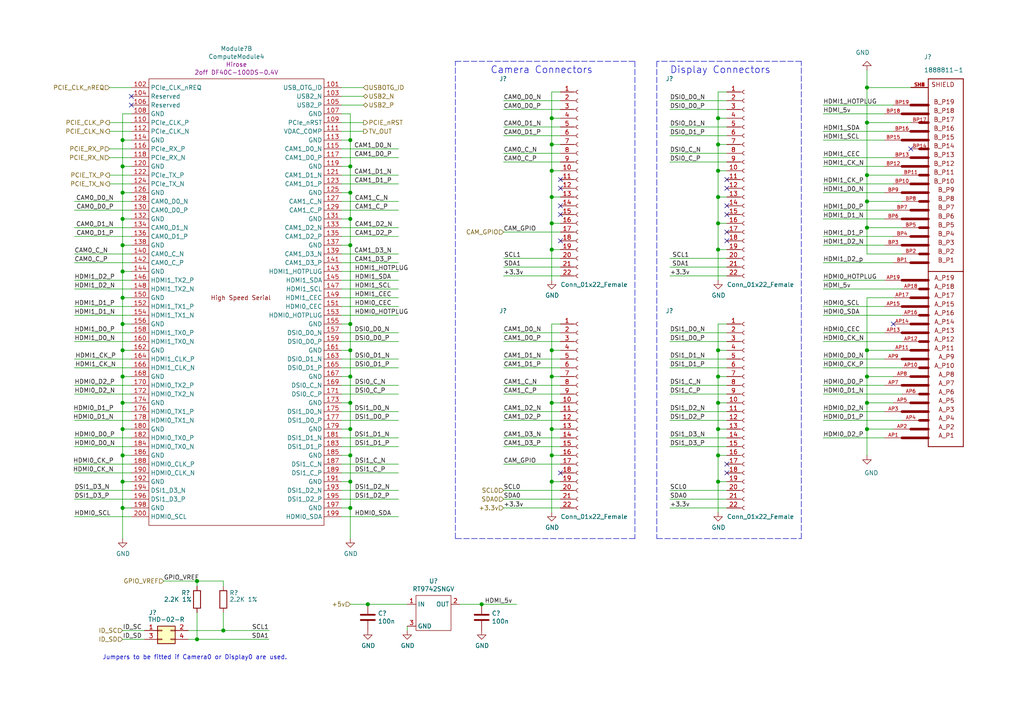
<source format=kicad_sch>
(kicad_sch (version 20200828) (generator eeschema)
  (page 2 4)
  (paper "A4")
  (junction (at 35.56 40.64) (diameter 1.016))
  (junction (at 35.56 48.26) (diameter 1.016))
  (junction (at 35.56 55.88) (diameter 1.016))
  (junction (at 35.56 63.5) (diameter 1.016))
  (junction (at 35.56 71.12) (diameter 1.016))
  (junction (at 35.56 78.74) (diameter 1.016))
  (junction (at 35.56 86.36) (diameter 1.016))
  (junction (at 35.56 93.98) (diameter 1.016))
  (junction (at 35.56 101.6) (diameter 1.016))
  (junction (at 35.56 109.22) (diameter 1.016))
  (junction (at 35.56 116.84) (diameter 1.016))
  (junction (at 35.56 124.46) (diameter 1.016))
  (junction (at 35.56 132.08) (diameter 1.016))
  (junction (at 35.56 139.7) (diameter 1.016))
  (junction (at 35.56 147.32) (diameter 1.016))
  (junction (at 57.15 168.529) (diameter 1.016))
  (junction (at 57.15 185.42) (diameter 1.016))
  (junction (at 64.77 182.88) (diameter 1.016))
  (junction (at 101.6 40.64) (diameter 1.016))
  (junction (at 101.6 48.26) (diameter 1.016))
  (junction (at 101.6 55.88) (diameter 1.016))
  (junction (at 101.6 63.5) (diameter 1.016))
  (junction (at 101.6 71.12) (diameter 1.016))
  (junction (at 101.6 93.98) (diameter 1.016))
  (junction (at 101.6 101.6) (diameter 1.016))
  (junction (at 101.6 109.22) (diameter 1.016))
  (junction (at 101.6 116.84) (diameter 1.016))
  (junction (at 101.6 124.46) (diameter 1.016))
  (junction (at 101.6 132.08) (diameter 1.016))
  (junction (at 101.6 139.7) (diameter 1.016))
  (junction (at 101.6 147.32) (diameter 1.016))
  (junction (at 106.68 175.26) (diameter 1.016))
  (junction (at 139.7 175.26) (diameter 1.016))
  (junction (at 160.02 34.29) (diameter 1.016))
  (junction (at 160.02 41.91) (diameter 1.016))
  (junction (at 160.02 49.53) (diameter 1.016))
  (junction (at 160.02 57.15) (diameter 1.016))
  (junction (at 160.02 64.77) (diameter 1.016))
  (junction (at 160.02 72.39) (diameter 1.016))
  (junction (at 160.02 101.6) (diameter 1.016))
  (junction (at 160.02 109.22) (diameter 1.016))
  (junction (at 160.02 116.84) (diameter 1.016))
  (junction (at 160.02 124.46) (diameter 1.016))
  (junction (at 160.02 132.08) (diameter 1.016))
  (junction (at 160.02 139.7) (diameter 1.016))
  (junction (at 208.28 34.29) (diameter 1.016))
  (junction (at 208.28 41.91) (diameter 1.016))
  (junction (at 208.28 49.53) (diameter 1.016))
  (junction (at 208.28 57.15) (diameter 1.016))
  (junction (at 208.28 64.77) (diameter 1.016))
  (junction (at 208.28 72.39) (diameter 1.016))
  (junction (at 208.28 101.6) (diameter 1.016))
  (junction (at 208.28 109.22) (diameter 1.016))
  (junction (at 208.28 116.84) (diameter 1.016))
  (junction (at 208.28 124.46) (diameter 1.016))
  (junction (at 208.28 132.08) (diameter 1.016))
  (junction (at 208.28 139.7) (diameter 1.016))
  (junction (at 251.46 25.4) (diameter 1.016))
  (junction (at 251.46 35.56) (diameter 1.016))
  (junction (at 251.46 50.8) (diameter 1.016))
  (junction (at 251.46 58.42) (diameter 1.016))
  (junction (at 251.46 66.04) (diameter 1.016))
  (junction (at 251.46 101.6) (diameter 1.016))
  (junction (at 251.46 109.22) (diameter 1.016))
  (junction (at 251.46 116.84) (diameter 1.016))
  (junction (at 251.46 124.46) (diameter 1.016))
  (no_connect (at 210.82 54.61))
  (no_connect (at 162.56 59.69))
  (no_connect (at 259.08 93.98))
  (no_connect (at 162.56 52.07))
  (no_connect (at 162.56 62.23))
  (no_connect (at 264.16 43.18))
  (no_connect (at 162.56 54.61))
  (no_connect (at 210.82 134.62))
  (no_connect (at 38.1 30.48))
  (no_connect (at 38.1 27.94))
  (no_connect (at 210.82 52.07))
  (no_connect (at 210.82 137.16))
  (no_connect (at 210.82 62.23))
  (no_connect (at 162.56 69.85))
  (no_connect (at 210.82 59.69))
  (no_connect (at 210.82 67.31))
  (no_connect (at 210.82 69.85))
  (no_connect (at 162.56 137.16))
  (wire (pts (xy 21.59 73.66) (xy 38.1 73.66)))
  (wire (pts (xy 21.59 76.2) (xy 38.1 76.2)))
  (wire (pts (xy 21.59 81.28) (xy 38.1 81.28)))
  (wire (pts (xy 21.59 83.82) (xy 38.1 83.82)))
  (wire (pts (xy 21.59 88.9) (xy 38.1 88.9)))
  (wire (pts (xy 21.59 91.44) (xy 38.1 91.44)))
  (wire (pts (xy 21.59 96.52) (xy 38.1 96.52)))
  (wire (pts (xy 21.59 99.06) (xy 38.1 99.06)))
  (wire (pts (xy 21.59 111.76) (xy 38.1 111.76)))
  (wire (pts (xy 21.59 114.3) (xy 38.1 114.3)))
  (wire (pts (xy 21.59 127) (xy 38.1 127)))
  (wire (pts (xy 21.59 129.54) (xy 38.1 129.54)))
  (wire (pts (xy 21.59 142.24) (xy 38.1 142.24)))
  (wire (pts (xy 21.59 144.78) (xy 38.1 144.78)))
  (wire (pts (xy 21.59 149.86) (xy 38.1 149.86)))
  (wire (pts (xy 31.75 25.4) (xy 38.1 25.4)))
  (wire (pts (xy 31.75 35.56) (xy 38.1 35.56)))
  (wire (pts (xy 31.75 38.1) (xy 38.1 38.1)))
  (wire (pts (xy 31.75 50.8) (xy 38.1 50.8)))
  (wire (pts (xy 31.75 53.34) (xy 38.1 53.34)))
  (wire (pts (xy 35.56 33.02) (xy 35.56 40.64)))
  (wire (pts (xy 35.56 40.64) (xy 35.56 48.26)))
  (wire (pts (xy 35.56 40.64) (xy 38.1 40.64)))
  (wire (pts (xy 35.56 48.26) (xy 35.56 55.88)))
  (wire (pts (xy 35.56 48.26) (xy 38.1 48.26)))
  (wire (pts (xy 35.56 55.88) (xy 35.56 63.5)))
  (wire (pts (xy 35.56 55.88) (xy 38.1 55.88)))
  (wire (pts (xy 35.56 63.5) (xy 35.56 71.12)))
  (wire (pts (xy 35.56 63.5) (xy 38.1 63.5)))
  (wire (pts (xy 35.56 71.12) (xy 35.56 78.74)))
  (wire (pts (xy 35.56 71.12) (xy 38.1 71.12)))
  (wire (pts (xy 35.56 78.74) (xy 35.56 86.36)))
  (wire (pts (xy 35.56 78.74) (xy 38.1 78.74)))
  (wire (pts (xy 35.56 86.36) (xy 35.56 93.98)))
  (wire (pts (xy 35.56 86.36) (xy 38.1 86.36)))
  (wire (pts (xy 35.56 93.98) (xy 35.56 101.6)))
  (wire (pts (xy 35.56 93.98) (xy 38.1 93.98)))
  (wire (pts (xy 35.56 101.6) (xy 35.56 109.22)))
  (wire (pts (xy 35.56 101.6) (xy 38.1 101.6)))
  (wire (pts (xy 35.56 109.22) (xy 35.56 116.84)))
  (wire (pts (xy 35.56 109.22) (xy 38.1 109.22)))
  (wire (pts (xy 35.56 116.84) (xy 35.56 124.46)))
  (wire (pts (xy 35.56 116.84) (xy 38.1 116.84)))
  (wire (pts (xy 35.56 124.46) (xy 35.56 132.08)))
  (wire (pts (xy 35.56 124.46) (xy 38.1 124.46)))
  (wire (pts (xy 35.56 132.08) (xy 35.56 139.7)))
  (wire (pts (xy 35.56 132.08) (xy 38.1 132.08)))
  (wire (pts (xy 35.56 139.7) (xy 35.56 147.32)))
  (wire (pts (xy 35.56 147.32) (xy 35.56 156.21)))
  (wire (pts (xy 35.56 182.88) (xy 41.91 182.88)))
  (wire (pts (xy 35.56 185.42) (xy 41.91 185.42)))
  (wire (pts (xy 38.1 33.02) (xy 35.56 33.02)))
  (wire (pts (xy 38.1 43.18) (xy 31.75 43.18)))
  (wire (pts (xy 38.1 45.72) (xy 31.75 45.72)))
  (wire (pts (xy 38.1 58.42) (xy 21.59 58.42)))
  (wire (pts (xy 38.1 60.96) (xy 21.59 60.96)))
  (wire (pts (xy 38.1 66.04) (xy 21.59 66.04)))
  (wire (pts (xy 38.1 68.58) (xy 21.59 68.58)))
  (wire (pts (xy 38.1 104.14) (xy 21.59 104.14)))
  (wire (pts (xy 38.1 106.68) (xy 21.59 106.68)))
  (wire (pts (xy 38.1 119.38) (xy 21.59 119.38)))
  (wire (pts (xy 38.1 121.92) (xy 21.59 121.92)))
  (wire (pts (xy 38.1 134.62) (xy 21.59 134.62)))
  (wire (pts (xy 38.1 137.16) (xy 21.59 137.16)))
  (wire (pts (xy 38.1 139.7) (xy 35.56 139.7)))
  (wire (pts (xy 38.1 147.32) (xy 35.56 147.32)))
  (wire (pts (xy 47.498 168.529) (xy 57.15 168.529)))
  (wire (pts (xy 54.61 182.88) (xy 64.77 182.88)))
  (wire (pts (xy 54.61 185.42) (xy 57.15 185.42)))
  (wire (pts (xy 57.15 168.529) (xy 57.15 170.053)))
  (wire (pts (xy 57.15 168.529) (xy 64.77 168.529)))
  (wire (pts (xy 57.15 177.673) (xy 57.15 185.42)))
  (wire (pts (xy 57.15 185.42) (xy 77.978 185.42)))
  (wire (pts (xy 64.77 168.529) (xy 64.77 170.053)))
  (wire (pts (xy 64.77 177.673) (xy 64.77 182.88)))
  (wire (pts (xy 64.77 182.88) (xy 78.105 182.88)))
  (wire (pts (xy 99.06 27.94) (xy 105.41 27.94)))
  (wire (pts (xy 99.06 30.48) (xy 105.41 30.48)))
  (wire (pts (xy 99.06 35.56) (xy 105.41 35.56)))
  (wire (pts (xy 99.06 38.1) (xy 105.41 38.1)))
  (wire (pts (xy 99.06 40.64) (xy 101.6 40.64)))
  (wire (pts (xy 99.06 48.26) (xy 101.6 48.26)))
  (wire (pts (xy 99.06 55.88) (xy 101.6 55.88)))
  (wire (pts (xy 99.06 58.42) (xy 115.57 58.42)))
  (wire (pts (xy 99.06 60.96) (xy 115.57 60.96)))
  (wire (pts (xy 99.06 63.5) (xy 101.6 63.5)))
  (wire (pts (xy 99.06 66.04) (xy 115.57 66.04)))
  (wire (pts (xy 99.06 68.58) (xy 115.57 68.58)))
  (wire (pts (xy 99.06 71.12) (xy 101.6 71.12)))
  (wire (pts (xy 99.06 78.74) (xy 115.57 78.74)))
  (wire (pts (xy 99.06 81.28) (xy 115.57 81.28)))
  (wire (pts (xy 99.06 83.82) (xy 115.57 83.82)))
  (wire (pts (xy 99.06 86.36) (xy 115.57 86.36)))
  (wire (pts (xy 99.06 88.9) (xy 115.57 88.9)))
  (wire (pts (xy 99.06 91.44) (xy 115.57 91.44)))
  (wire (pts (xy 99.06 93.98) (xy 101.6 93.98)))
  (wire (pts (xy 99.06 101.6) (xy 101.6 101.6)))
  (wire (pts (xy 99.06 104.14) (xy 115.57 104.14)))
  (wire (pts (xy 99.06 106.68) (xy 115.57 106.68)))
  (wire (pts (xy 99.06 109.22) (xy 101.6 109.22)))
  (wire (pts (xy 99.06 111.76) (xy 115.57 111.76)))
  (wire (pts (xy 99.06 114.3) (xy 115.57 114.3)))
  (wire (pts (xy 99.06 116.84) (xy 101.6 116.84)))
  (wire (pts (xy 99.06 124.46) (xy 101.6 124.46)))
  (wire (pts (xy 99.06 132.08) (xy 101.6 132.08)))
  (wire (pts (xy 99.06 134.62) (xy 115.57 134.62)))
  (wire (pts (xy 99.06 137.16) (xy 115.57 137.16)))
  (wire (pts (xy 99.06 139.7) (xy 101.6 139.7)))
  (wire (pts (xy 99.06 142.24) (xy 115.57 142.24)))
  (wire (pts (xy 99.06 144.78) (xy 115.57 144.78)))
  (wire (pts (xy 99.06 147.32) (xy 101.6 147.32)))
  (wire (pts (xy 99.06 149.86) (xy 115.57 149.86)))
  (wire (pts (xy 101.6 33.02) (xy 99.06 33.02)))
  (wire (pts (xy 101.6 40.64) (xy 101.6 33.02)))
  (wire (pts (xy 101.6 48.26) (xy 101.6 40.64)))
  (wire (pts (xy 101.6 55.88) (xy 101.6 48.26)))
  (wire (pts (xy 101.6 63.5) (xy 101.6 55.88)))
  (wire (pts (xy 101.6 71.12) (xy 101.6 63.5)))
  (wire (pts (xy 101.6 71.12) (xy 101.6 93.98)))
  (wire (pts (xy 101.6 93.98) (xy 101.6 101.6)))
  (wire (pts (xy 101.6 101.6) (xy 101.6 109.22)))
  (wire (pts (xy 101.6 109.22) (xy 101.6 116.84)))
  (wire (pts (xy 101.6 116.84) (xy 101.6 124.46)))
  (wire (pts (xy 101.6 124.46) (xy 101.6 132.08)))
  (wire (pts (xy 101.6 132.08) (xy 101.6 139.7)))
  (wire (pts (xy 101.6 139.7) (xy 101.6 147.32)))
  (wire (pts (xy 101.6 147.32) (xy 101.6 156.21)))
  (wire (pts (xy 101.6 175.26) (xy 106.68 175.26)))
  (wire (pts (xy 105.41 25.4) (xy 99.06 25.4)))
  (wire (pts (xy 106.68 175.26) (xy 118.11 175.26)))
  (wire (pts (xy 115.57 43.18) (xy 99.06 43.18)))
  (wire (pts (xy 115.57 45.72) (xy 99.06 45.72)))
  (wire (pts (xy 115.57 50.8) (xy 99.06 50.8)))
  (wire (pts (xy 115.57 53.34) (xy 99.06 53.34)))
  (wire (pts (xy 115.57 73.66) (xy 99.06 73.66)))
  (wire (pts (xy 115.57 76.2) (xy 99.06 76.2)))
  (wire (pts (xy 115.57 96.52) (xy 99.06 96.52)))
  (wire (pts (xy 115.57 99.06) (xy 99.06 99.06)))
  (wire (pts (xy 115.57 119.38) (xy 99.06 119.38)))
  (wire (pts (xy 115.57 121.92) (xy 99.06 121.92)))
  (wire (pts (xy 115.57 127) (xy 99.06 127)))
  (wire (pts (xy 115.57 129.54) (xy 99.06 129.54)))
  (wire (pts (xy 118.11 181.61) (xy 118.11 182.88)))
  (wire (pts (xy 133.35 175.26) (xy 139.7 175.26)))
  (wire (pts (xy 139.7 175.26) (xy 149.86 175.26)))
  (wire (pts (xy 146.05 29.21) (xy 162.56 29.21)))
  (wire (pts (xy 146.05 31.75) (xy 162.56 31.75)))
  (wire (pts (xy 146.05 36.83) (xy 162.56 36.83)))
  (wire (pts (xy 146.05 39.37) (xy 162.56 39.37)))
  (wire (pts (xy 146.05 44.45) (xy 162.56 44.45)))
  (wire (pts (xy 146.05 46.99) (xy 162.56 46.99)))
  (wire (pts (xy 146.05 96.52) (xy 162.56 96.52)))
  (wire (pts (xy 146.05 99.06) (xy 162.56 99.06)))
  (wire (pts (xy 146.05 104.14) (xy 162.56 104.14)))
  (wire (pts (xy 146.05 106.68) (xy 162.56 106.68)))
  (wire (pts (xy 146.05 111.76) (xy 162.56 111.76)))
  (wire (pts (xy 146.05 114.3) (xy 162.56 114.3)))
  (wire (pts (xy 146.05 119.38) (xy 162.56 119.38)))
  (wire (pts (xy 146.05 121.92) (xy 162.56 121.92)))
  (wire (pts (xy 146.05 127) (xy 162.56 127)))
  (wire (pts (xy 146.05 129.54) (xy 162.56 129.54)))
  (wire (pts (xy 146.05 134.62) (xy 162.56 134.62)))
  (wire (pts (xy 160.02 26.67) (xy 160.02 34.29)))
  (wire (pts (xy 160.02 34.29) (xy 160.02 41.91)))
  (wire (pts (xy 160.02 34.29) (xy 162.56 34.29)))
  (wire (pts (xy 160.02 41.91) (xy 160.02 49.53)))
  (wire (pts (xy 160.02 41.91) (xy 162.56 41.91)))
  (wire (pts (xy 160.02 49.53) (xy 160.02 57.15)))
  (wire (pts (xy 160.02 49.53) (xy 162.56 49.53)))
  (wire (pts (xy 160.02 57.15) (xy 160.02 64.77)))
  (wire (pts (xy 160.02 57.15) (xy 162.56 57.15)))
  (wire (pts (xy 160.02 64.77) (xy 160.02 72.39)))
  (wire (pts (xy 160.02 64.77) (xy 162.56 64.77)))
  (wire (pts (xy 160.02 72.39) (xy 160.02 81.28)))
  (wire (pts (xy 160.02 72.39) (xy 162.56 72.39)))
  (wire (pts (xy 160.02 93.98) (xy 160.02 101.6)))
  (wire (pts (xy 160.02 101.6) (xy 160.02 109.22)))
  (wire (pts (xy 160.02 101.6) (xy 162.56 101.6)))
  (wire (pts (xy 160.02 109.22) (xy 160.02 116.84)))
  (wire (pts (xy 160.02 109.22) (xy 162.56 109.22)))
  (wire (pts (xy 160.02 116.84) (xy 160.02 124.46)))
  (wire (pts (xy 160.02 116.84) (xy 162.56 116.84)))
  (wire (pts (xy 160.02 124.46) (xy 160.02 132.08)))
  (wire (pts (xy 160.02 124.46) (xy 162.56 124.46)))
  (wire (pts (xy 160.02 132.08) (xy 160.02 139.7)))
  (wire (pts (xy 160.02 132.08) (xy 162.56 132.08)))
  (wire (pts (xy 160.02 139.7) (xy 160.02 148.59)))
  (wire (pts (xy 160.02 139.7) (xy 162.56 139.7)))
  (wire (pts (xy 162.56 26.67) (xy 160.02 26.67)))
  (wire (pts (xy 162.56 67.31) (xy 146.05 67.31)))
  (wire (pts (xy 162.56 74.93) (xy 146.05 74.93)))
  (wire (pts (xy 162.56 77.47) (xy 146.05 77.47)))
  (wire (pts (xy 162.56 80.01) (xy 146.05 80.01)))
  (wire (pts (xy 162.56 93.98) (xy 160.02 93.98)))
  (wire (pts (xy 162.56 142.24) (xy 146.05 142.24)))
  (wire (pts (xy 162.56 144.78) (xy 146.05 144.78)))
  (wire (pts (xy 162.56 147.32) (xy 146.05 147.32)))
  (wire (pts (xy 194.31 29.21) (xy 210.82 29.21)))
  (wire (pts (xy 194.31 31.75) (xy 210.82 31.75)))
  (wire (pts (xy 194.31 36.83) (xy 210.82 36.83)))
  (wire (pts (xy 194.31 39.37) (xy 210.82 39.37)))
  (wire (pts (xy 194.31 44.45) (xy 210.82 44.45)))
  (wire (pts (xy 194.31 46.99) (xy 210.82 46.99)))
  (wire (pts (xy 194.31 96.52) (xy 210.82 96.52)))
  (wire (pts (xy 194.31 99.06) (xy 210.82 99.06)))
  (wire (pts (xy 194.31 104.14) (xy 210.82 104.14)))
  (wire (pts (xy 194.31 106.68) (xy 210.82 106.68)))
  (wire (pts (xy 194.31 111.76) (xy 210.82 111.76)))
  (wire (pts (xy 194.31 114.3) (xy 210.82 114.3)))
  (wire (pts (xy 194.31 119.38) (xy 210.82 119.38)))
  (wire (pts (xy 194.31 121.92) (xy 210.82 121.92)))
  (wire (pts (xy 194.31 127) (xy 210.82 127)))
  (wire (pts (xy 194.31 129.54) (xy 210.82 129.54)))
  (wire (pts (xy 208.28 26.67) (xy 208.28 34.29)))
  (wire (pts (xy 208.28 34.29) (xy 208.28 41.91)))
  (wire (pts (xy 208.28 34.29) (xy 210.82 34.29)))
  (wire (pts (xy 208.28 41.91) (xy 208.28 49.53)))
  (wire (pts (xy 208.28 41.91) (xy 210.82 41.91)))
  (wire (pts (xy 208.28 49.53) (xy 208.28 57.15)))
  (wire (pts (xy 208.28 49.53) (xy 210.82 49.53)))
  (wire (pts (xy 208.28 57.15) (xy 208.28 64.77)))
  (wire (pts (xy 208.28 57.15) (xy 210.82 57.15)))
  (wire (pts (xy 208.28 64.77) (xy 208.28 72.39)))
  (wire (pts (xy 208.28 64.77) (xy 210.82 64.77)))
  (wire (pts (xy 208.28 72.39) (xy 208.28 81.28)))
  (wire (pts (xy 208.28 72.39) (xy 210.82 72.39)))
  (wire (pts (xy 208.28 93.98) (xy 208.28 101.6)))
  (wire (pts (xy 208.28 101.6) (xy 208.28 109.22)))
  (wire (pts (xy 208.28 101.6) (xy 210.82 101.6)))
  (wire (pts (xy 208.28 109.22) (xy 208.28 116.84)))
  (wire (pts (xy 208.28 109.22) (xy 210.82 109.22)))
  (wire (pts (xy 208.28 116.84) (xy 208.28 124.46)))
  (wire (pts (xy 208.28 116.84) (xy 210.82 116.84)))
  (wire (pts (xy 208.28 124.46) (xy 208.28 132.08)))
  (wire (pts (xy 208.28 124.46) (xy 210.82 124.46)))
  (wire (pts (xy 208.28 132.08) (xy 208.28 139.7)))
  (wire (pts (xy 208.28 132.08) (xy 210.82 132.08)))
  (wire (pts (xy 208.28 139.7) (xy 208.28 148.59)))
  (wire (pts (xy 208.28 139.7) (xy 210.82 139.7)))
  (wire (pts (xy 210.82 26.67) (xy 208.28 26.67)))
  (wire (pts (xy 210.82 74.93) (xy 194.31 74.93)))
  (wire (pts (xy 210.82 77.47) (xy 194.31 77.47)))
  (wire (pts (xy 210.82 80.01) (xy 194.31 80.01)))
  (wire (pts (xy 210.82 93.98) (xy 208.28 93.98)))
  (wire (pts (xy 210.82 142.24) (xy 194.31 142.24)))
  (wire (pts (xy 210.82 144.78) (xy 194.31 144.78)))
  (wire (pts (xy 210.82 147.32) (xy 194.31 147.32)))
  (wire (pts (xy 238.76 30.48) (xy 259.08 30.48)))
  (wire (pts (xy 238.76 33.02) (xy 256.54 33.02)))
  (wire (pts (xy 238.76 38.1) (xy 259.08 38.1)))
  (wire (pts (xy 238.76 40.64) (xy 256.54 40.64)))
  (wire (pts (xy 238.76 45.72) (xy 259.08 45.72)))
  (wire (pts (xy 238.76 48.26) (xy 256.54 48.26)))
  (wire (pts (xy 238.76 53.34) (xy 259.08 53.34)))
  (wire (pts (xy 238.76 55.88) (xy 256.54 55.88)))
  (wire (pts (xy 238.76 60.96) (xy 259.08 60.96)))
  (wire (pts (xy 238.76 63.5) (xy 256.54 63.5)))
  (wire (pts (xy 238.76 68.58) (xy 259.08 68.58)))
  (wire (pts (xy 238.76 71.12) (xy 256.54 71.12)))
  (wire (pts (xy 238.76 76.2) (xy 259.08 76.2)))
  (wire (pts (xy 238.76 81.28) (xy 256.54 81.28)))
  (wire (pts (xy 238.76 83.82) (xy 261.62 83.82)))
  (wire (pts (xy 238.76 88.9) (xy 256.54 88.9)))
  (wire (pts (xy 238.76 91.44) (xy 261.62 91.44)))
  (wire (pts (xy 238.76 96.52) (xy 256.54 96.52)))
  (wire (pts (xy 238.76 99.06) (xy 261.62 99.06)))
  (wire (pts (xy 238.76 104.14) (xy 256.54 104.14)))
  (wire (pts (xy 238.76 106.68) (xy 261.62 106.68)))
  (wire (pts (xy 238.76 111.76) (xy 256.54 111.76)))
  (wire (pts (xy 238.76 114.3) (xy 261.62 114.3)))
  (wire (pts (xy 238.76 119.38) (xy 256.54 119.38)))
  (wire (pts (xy 238.76 121.92) (xy 261.62 121.92)))
  (wire (pts (xy 238.76 127) (xy 256.54 127)))
  (wire (pts (xy 251.46 25.4) (xy 251.46 20.32)))
  (wire (pts (xy 251.46 35.56) (xy 251.46 25.4)))
  (wire (pts (xy 251.46 35.56) (xy 264.16 35.56)))
  (wire (pts (xy 251.46 50.8) (xy 251.46 35.56)))
  (wire (pts (xy 251.46 50.8) (xy 261.62 50.8)))
  (wire (pts (xy 251.46 58.42) (xy 251.46 50.8)))
  (wire (pts (xy 251.46 58.42) (xy 261.62 58.42)))
  (wire (pts (xy 251.46 66.04) (xy 251.46 58.42)))
  (wire (pts (xy 251.46 66.04) (xy 261.62 66.04)))
  (wire (pts (xy 251.46 73.66) (xy 251.46 66.04)))
  (wire (pts (xy 251.46 86.36) (xy 251.46 101.6)))
  (wire (pts (xy 251.46 101.6) (xy 251.46 109.22)))
  (wire (pts (xy 251.46 109.22) (xy 251.46 116.84)))
  (wire (pts (xy 251.46 116.84) (xy 251.46 124.46)))
  (wire (pts (xy 251.46 124.46) (xy 251.46 132.08)))
  (wire (pts (xy 259.08 86.36) (xy 251.46 86.36)))
  (wire (pts (xy 259.08 101.6) (xy 251.46 101.6)))
  (wire (pts (xy 259.08 109.22) (xy 251.46 109.22)))
  (wire (pts (xy 259.08 116.84) (xy 251.46 116.84)))
  (wire (pts (xy 259.08 124.46) (xy 251.46 124.46)))
  (wire (pts (xy 261.62 73.66) (xy 251.46 73.66)))
  (wire (pts (xy 264.16 25.4) (xy 251.46 25.4)))
  (polyline (pts (xy 132.08 17.78) (xy 184.15 17.78)) (stroke (width 0) (type dash)))
  (polyline (pts (xy 132.08 156.21) (xy 132.08 17.78)) (stroke (width 0) (type dash)))
  (polyline (pts (xy 184.15 17.78) (xy 184.15 156.21)) (stroke (width 0) (type dash)))
  (polyline (pts (xy 184.15 156.21) (xy 132.08 156.21)) (stroke (width 0) (type dash)))
  (polyline (pts (xy 190.5 17.78) (xy 190.5 156.21)) (stroke (width 0) (type dash)))
  (polyline (pts (xy 190.5 156.21) (xy 232.41 156.21)) (stroke (width 0) (type dash)))
  (polyline (pts (xy 232.41 17.78) (xy 190.5 17.78)) (stroke (width 0) (type dash)))
  (polyline (pts (xy 232.41 156.21) (xy 232.41 17.78)) (stroke (width 0) (type dash)))
  (text "Jumpers to be fitted if Camera0 or Display0 are used.\n" (at 83.312 191.516 0) (effects (font (size 1.27 1.27)) (justify right bottom)))
  (text "Camera Connectors" (at 142.24 21.59 0) (effects (font (size 2.0066 2.0066)) (justify left bottom)))
  (text "Display Connectors" (at 194.31 21.59 0) (effects (font (size 2.0066 2.0066)) (justify left bottom)))
  (label "CAM0_C_N" (at 21.59 73.66 0))
  (label "CAM0_C_P" (at 21.59 76.2 0))
  (label "HDMI1_D2_P" (at 21.59 81.28 0))
  (label "HDMI1_D2_N" (at 21.59 83.82 0))
  (label "HDMI1_D1_P" (at 21.59 88.9 0))
  (label "HDMI1_D1_N" (at 21.59 91.44 0))
  (label "HDMI1_D0_P" (at 21.59 96.52 0))
  (label "HDMI1_D0_N" (at 21.59 99.06 0))
  (label "HDMI0_D2_P" (at 21.59 111.76 0))
  (label "HDMI0_D2_N" (at 21.59 114.3 0))
  (label "HDMI0_D0_P" (at 21.59 127 0))
  (label "HDMI0_D0_N" (at 21.59 129.54 0))
  (label "DSI1_D3_N" (at 21.59 142.24 0))
  (label "DSI1_D3_P" (at 21.59 144.78 0))
  (label "HDMI0_SCL" (at 21.59 149.86 0))
  (label "CAM0_D0_N" (at 33.02 58.42 180))
  (label "CAM0_D0_P" (at 33.02 60.96 180))
  (label "CAM0_D1_N" (at 33.02 66.04 180))
  (label "CAM0_D1_P" (at 33.02 68.58 180))
  (label "HDMI0_D1_P" (at 33.02 119.38 180))
  (label "HDMI0_D1_N" (at 33.02 121.92 180))
  (label "HDMI0_CK_P" (at 33.02 134.62 180))
  (label "HDMI0_CK_N" (at 33.02 137.16 180))
  (label "HDMI1_CK_P" (at 33.655 104.14 180))
  (label "HDMI1_CK_N" (at 33.655 106.68 180))
  (label "ID_SC" (at 41.148 182.88 180))
  (label "ID_SD" (at 41.148 185.42 180))
  (label "GPIO_VREF" (at 47.498 168.529 0))
  (label "SCL1" (at 77.978 182.88 180))
  (label "SDA1" (at 77.978 185.42 180))
  (label "CAM1_C_N" (at 102.87 58.42 0))
  (label "CAM1_C_P" (at 102.87 60.96 0))
  (label "CAM1_D2_N" (at 102.87 66.04 0))
  (label "CAM1_D2_P" (at 102.87 68.58 0))
  (label "HDMI1_HOTPLUG" (at 102.87 78.74 0))
  (label "HDMI1_SDA" (at 102.87 81.28 0))
  (label "HDMI1_SCL" (at 102.87 83.82 0))
  (label "HDMI1_CEC" (at 102.87 86.36 0))
  (label "HDMI0_CEC" (at 102.87 88.9 0))
  (label "HDMI0_HOTPLUG" (at 102.87 91.44 0))
  (label "DSI0_D1_N" (at 102.87 104.14 0))
  (label "DSI0_D1_P" (at 102.87 106.68 0))
  (label "DSI0_C_N" (at 102.87 111.76 0))
  (label "DSI0_C_P" (at 102.87 114.3 0))
  (label "DSI1_C_N" (at 102.87 134.62 0))
  (label "DSI1_C_P" (at 102.87 137.16 0))
  (label "DSI1_D2_N" (at 102.87 142.24 0))
  (label "DSI1_D2_P" (at 102.87 144.78 0))
  (label "HDMI0_SDA" (at 102.87 149.86 0))
  (label "DSI0_D0_N" (at 113.03 96.52 180))
  (label "DSI0_D0_P" (at 113.03 99.06 180))
  (label "DSI1_D0_N" (at 113.03 119.38 180))
  (label "DSI1_D0_P" (at 113.03 121.92 180))
  (label "DSI1_D1_N" (at 113.03 127 180))
  (label "DSI1_D1_P" (at 113.03 129.54 180))
  (label "CAM1_D0_N" (at 113.665 43.18 180))
  (label "CAM1_D0_P" (at 113.665 45.72 180))
  (label "CAM1_D1_N" (at 113.665 50.8 180))
  (label "CAM1_D1_P" (at 113.665 53.34 180))
  (label "CAM1_D3_N" (at 113.665 73.66 180))
  (label "CAM1_D3_P" (at 113.665 76.2 180))
  (label "CAM0_D0_N" (at 146.05 29.21 0))
  (label "CAM0_D0_P" (at 146.05 31.75 0))
  (label "CAM0_D1_N" (at 146.05 36.83 0))
  (label "CAM0_D1_P" (at 146.05 39.37 0))
  (label "CAM0_C_N" (at 146.05 44.45 0))
  (label "CAM0_C_P" (at 146.05 46.99 0))
  (label "CAM_GPIO" (at 146.05 67.31 0))
  (label "+3.3v" (at 146.05 80.01 0))
  (label "CAM1_D0_N" (at 146.05 96.52 0))
  (label "CAM1_D0_P" (at 146.05 99.06 0))
  (label "CAM1_D1_N" (at 146.05 104.14 0))
  (label "CAM1_D1_P" (at 146.05 106.68 0))
  (label "CAM1_C_N" (at 146.05 111.76 0))
  (label "CAM1_C_P" (at 146.05 114.3 0))
  (label "CAM1_D2_N" (at 146.05 119.38 0))
  (label "CAM1_D2_P" (at 146.05 121.92 0))
  (label "CAM1_D3_N" (at 146.05 127 0))
  (label "CAM1_D3_P" (at 146.05 129.54 0))
  (label "CAM_GPIO" (at 146.05 134.62 0))
  (label "SCL0" (at 146.05 142.24 0))
  (label "SDA0" (at 146.05 144.78 0))
  (label "+3.3v" (at 146.05 147.32 0))
  (label "HDMI_5v" (at 148.59 175.26 180))
  (label "SCL1" (at 151.13 74.93 180))
  (label "SDA1" (at 151.13 77.47 180))
  (label "DSI0_D0_N" (at 194.31 29.21 0))
  (label "DSI0_D0_P" (at 194.31 31.75 0))
  (label "DSI0_D1_N" (at 194.31 36.83 0))
  (label "DSI0_D1_P" (at 194.31 39.37 0))
  (label "DSI0_C_N" (at 194.31 44.45 0))
  (label "DSI0_C_P" (at 194.31 46.99 0))
  (label "+3.3v" (at 194.31 80.01 0))
  (label "DSI1_D0_N" (at 194.31 96.52 0))
  (label "DSI1_D0_P" (at 194.31 99.06 0))
  (label "DSI1_D1_N" (at 194.31 104.14 0))
  (label "DSI1_D1_P" (at 194.31 106.68 0))
  (label "DSI1_C_N" (at 194.31 111.76 0))
  (label "DSI1_C_P" (at 194.31 114.3 0))
  (label "DSI1_D2_N" (at 194.31 119.38 0))
  (label "DSI1_D2_P" (at 194.31 121.92 0))
  (label "DSI1_D3_N" (at 194.31 127 0))
  (label "DSI1_D3_P" (at 194.31 129.54 0))
  (label "SCL0" (at 194.31 142.24 0))
  (label "SDA0" (at 194.31 144.78 0))
  (label "+3.3v" (at 194.31 147.32 0))
  (label "SCL1" (at 199.898 74.93 180))
  (label "SDA1" (at 199.898 77.47 180))
  (label "HDMI1_HOTPLUG" (at 238.76 30.48 0))
  (label "HDMI_5v" (at 238.76 33.02 0))
  (label "HDMI1_SDA" (at 238.76 38.1 0))
  (label "HDMI1_SCL" (at 238.76 40.64 0))
  (label "HDMI1_CEC" (at 238.76 45.72 0))
  (label "HDMI1_CK_N" (at 238.76 48.26 0))
  (label "HDMI1_CK_P" (at 238.76 53.34 0))
  (label "HDMI1_D0_N" (at 238.76 55.88 0))
  (label "HDMI1_D0_P" (at 238.76 60.96 0))
  (label "HDMI1_D1_N" (at 238.76 63.5 0))
  (label "HDMI1_D1_P" (at 238.76 68.58 0))
  (label "HDMI1_D2_N" (at 238.76 71.12 0))
  (label "HDMI1_D2_p" (at 238.76 76.2 0))
  (label "HDMI0_HOTPLUG" (at 238.76 81.28 0))
  (label "HDMI_5v" (at 238.76 83.82 0))
  (label "HDMI0_SCL" (at 238.76 88.9 0))
  (label "HDMI0_SDA" (at 238.76 91.44 0))
  (label "HDMI0_CEC" (at 238.76 96.52 0))
  (label "HDMI0_CK_N" (at 238.76 99.06 0))
  (label "HDMI0_D0_N" (at 238.76 104.14 0))
  (label "HDMI0_CK_P" (at 238.76 106.68 0))
  (label "HDMI0_D0_P" (at 238.76 111.76 0))
  (label "HDMI0_D1_N" (at 238.76 114.3 0))
  (label "HDMI0_D2_N" (at 238.76 119.38 0))
  (label "HDMI0_D1_P" (at 238.76 121.92 0))
  (label "HDMI0_D2_P" (at 238.76 127 0))
  (hierarchical_label "PCIE_CLK_nREQ" (shape input) (at 31.75 25.4 180))
  (hierarchical_label "PCIE_CLK_P" (shape output) (at 31.75 35.56 180))
  (hierarchical_label "PCIE_CLK_N" (shape output) (at 31.75 38.1 180))
  (hierarchical_label "PCIE_RX_P" (shape input) (at 31.75 43.18 180))
  (hierarchical_label "PCIE_RX_N" (shape input) (at 31.75 45.72 180))
  (hierarchical_label "PCIE_TX_P" (shape output) (at 31.75 50.8 180))
  (hierarchical_label "PCIE_TX_N" (shape output) (at 31.75 53.34 180))
  (hierarchical_label "ID_SC" (shape input) (at 35.56 182.88 180))
  (hierarchical_label "ID_SD" (shape input) (at 35.56 185.42 180))
  (hierarchical_label "GPIO_VREF" (shape input) (at 47.498 168.529 180))
  (hierarchical_label "+5v" (shape input) (at 101.6 175.26 180))
  (hierarchical_label "USBOTG_ID" (shape input) (at 105.41 25.4 0))
  (hierarchical_label "USB2_N" (shape bidirectional) (at 105.41 27.94 0))
  (hierarchical_label "USB2_P" (shape bidirectional) (at 105.41 30.48 0))
  (hierarchical_label "PCIE_nRST" (shape output) (at 105.41 35.56 0))
  (hierarchical_label "TV_OUT" (shape output) (at 105.41 38.1 0))
  (hierarchical_label "CAM_GPIO" (shape input) (at 146.05 67.31 180))
  (hierarchical_label "SCL0" (shape input) (at 146.05 142.24 180))
  (hierarchical_label "SDA0" (shape input) (at 146.05 144.78 180))
  (hierarchical_label "+3.3v" (shape input) (at 146.05 147.32 180))
  (symbol (lib_id "power:GND") (at 35.56 156.21 0) (unit 1)
    (property "Reference" "#PWR?" (effects hide))
    (property "Value" "GND" (at 35.687 160.6042 0))
  )
  (symbol (lib_id "power:GND") (at 101.6 156.21 0) (unit 1)
    (property "Reference" "#PWR?" (effects hide))
    (property "Value" "GND" (at 101.727 160.6042 0))
  )
  (symbol (lib_id "power:GND") (at 106.68 182.88 0) (unit 1)
    (property "Reference" "#PWR?" (effects hide))
    (property "Value" "GND" (at 106.807 187.2742 0))
  )
  (symbol (lib_id "power:GND") (at 118.11 182.88 0) (unit 1)
    (property "Reference" "#PWR?" (effects hide))
    (property "Value" "GND" (at 118.237 187.2742 0))
  )
  (symbol (lib_id "power:GND") (at 139.7 182.88 0) (unit 1)
    (property "Reference" "#PWR?" (effects hide))
    (property "Value" "GND" (at 139.827 187.2742 0))
  )
  (symbol (lib_id "power:GND") (at 160.02 81.28 0) (unit 1)
    (property "Reference" "#PWR?" (effects hide))
    (property "Value" "GND" (at 160.147 85.6742 0))
  )
  (symbol (lib_id "power:GND") (at 160.02 148.59 0) (unit 1)
    (property "Reference" "#PWR?" (effects hide))
    (property "Value" "GND" (at 160.147 152.9842 0))
  )
  (symbol (lib_id "power:GND") (at 208.28 81.28 0) (unit 1)
    (property "Reference" "#PWR?" (effects hide))
    (property "Value" "GND" (at 208.407 85.6742 0))
  )
  (symbol (lib_id "power:GND") (at 208.28 148.59 0) (unit 1)
    (property "Reference" "#PWR?" (effects hide))
    (property "Value" "GND" (at 208.407 152.9842 0))
  )
  (symbol (lib_id "power:GND") (at 251.46 20.32 180) (unit 1)
    (property "Reference" "#PWR?" (effects hide))
    (property "Value" "GND" (at 250.19 15.24 0))
  )
  (symbol (lib_id "power:GND") (at 251.46 132.08 0) (unit 1)
    (property "Reference" "#PWR?" (effects hide))
    (property "Value" "GND" (at 252.73 137.16 0))
  )
  (symbol (lib_id "Device:R") (at 57.15 173.863 0) (unit 1)
    (property "Reference" "R?" (at 52.578 171.958 0) (effects (justify left)))
    (property "Value" "2.2K 1%" (at 47.498 173.863 0) (effects (justify left)))
    (property "Footprint" "Resistor_SMD:R_0402_1005Metric" (effects hide))
    (property "Datasheet" "https://fscdn.rohm.com/en/products/databook/datasheet/passive/resistor/chip_resistor/mcr-e.pdf" (effects hide))
    (property "Field4" "Farnell" (effects hide))
    (property "Field5" "9239278" (effects hide))
    (property "Field7" "KOA EUROPE GMBH" (effects hide))
    (property "Field6" "RK73G1ETQTP2201D         " (effects hide))
    (property "Part Description" "Resistor 2.2K M1005 1% 63mW" (effects hide))
    (property "Field8" "120889581" (effects hide))
  )
  (symbol (lib_id "Device:R") (at 64.77 173.863 0) (unit 1)
    (property "Reference" "R?" (at 66.548 171.958 0) (effects (justify left)))
    (property "Value" "2.2K 1%" (at 66.548 173.863 0) (effects (justify left)))
    (property "Footprint" "Resistor_SMD:R_0402_1005Metric" (effects hide))
    (property "Datasheet" "https://fscdn.rohm.com/en/products/databook/datasheet/passive/resistor/chip_resistor/mcr-e.pdf" (effects hide))
    (property "Field4" "Farnell" (effects hide))
    (property "Field5" "9239278" (effects hide))
    (property "Field7" "KOA EUROPE GMBH" (effects hide))
    (property "Field6" "RK73G1ETQTP2201D         " (effects hide))
    (property "Part Description" "Resistor 2.2K M1005 1% 63mW" (effects hide))
    (property "Field8" "120889581" (effects hide))
  )
  (symbol (lib_id "Device:C") (at 106.68 179.07 0) (unit 1)
    (property "Reference" "C?" (at 109.601 177.9016 0) (effects (justify left)))
    (property "Value" "100n" (at 109.601 180.213 0) (effects (justify left)))
    (property "Footprint" "Capacitor_SMD:C_0402_1005Metric" (effects hide))
    (property "Datasheet" "https://search.murata.co.jp/Ceramy/image/img/A01X/G101/ENG/GRM155R71C104KA88-01.pdf" (effects hide))
    (property "Field4" "Farnell" (effects hide))
    (property "Field5" "2611911" (effects hide))
    (property "Field6" "RM EMK105 B7104KV-F" (effects hide))
    (property "Field7" "TAIYO YUDEN EUROPE GMBH" (effects hide))
    (property "Part Description" "	0.1uF 10% 16V Ceramic Capacitor X7R 0402 (1005 Metric)" (effects hide))
    (property "Field8" "110091611" (effects hide))
  )
  (symbol (lib_id "Device:C") (at 139.7 179.07 0) (unit 1)
    (property "Reference" "C?" (at 142.621 177.9016 0) (effects (justify left)))
    (property "Value" "100n" (at 142.621 180.213 0) (effects (justify left)))
    (property "Footprint" "Capacitor_SMD:C_0402_1005Metric" (effects hide))
    (property "Datasheet" "https://search.murata.co.jp/Ceramy/image/img/A01X/G101/ENG/GRM155R71C104KA88-01.pdf" (effects hide))
    (property "Field4" "Farnell" (effects hide))
    (property "Field5" "2611911" (effects hide))
    (property "Field6" "RM EMK105 B7104KV-F" (effects hide))
    (property "Field7" "TAIYO YUDEN EUROPE GMBH" (effects hide))
    (property "Part Description" "	0.1uF 10% 16V Ceramic Capacitor X7R 0402 (1005 Metric)" (effects hide))
    (property "Field8" "110091611" (effects hide))
  )
  (symbol (lib_id "Connector_Generic:Conn_02x02_Odd_Even") (at 46.99 182.88 0) (unit 1)
    (property "Reference" "J?" (at 44.323 177.673 0))
    (property "Value" "THD-02-R" (at 48.26 179.6796 0))
    (property "Footprint" "Connector_PinHeader_2.54mm:PinHeader_2x02_P2.54mm_Vertical" (effects hide))
    (property "Datasheet" "https://www.toby.co.uk/uploads/publications/1673.pdf" (effects hide))
    (property "Field4" "Toby" (effects hide))
    (property "Field5" "THD-02-R" (effects hide))
    (property "Field6" "151-604-425-761" (effects hide))
    (property "Field7" "EDAC" (effects hide))
    (property "Field8" "UCON00791" (effects hide))
    (property "Part Description" "PinHeader_2x02_P2.54mm_Vertical" (effects hide))
  )
  (symbol (lib_id "CM4_MATX:RT9742SNGV") (at 123.19 179.07 0) (unit 1)
    (property "Reference" "U?" (at 125.73 168.529 0))
    (property "Value" "RT9742SNGV" (at 125.73 170.8404 0))
    (property "Footprint" "Package_TO_SOT_SMD:SOT-23" (effects hide))
    (property "Datasheet" "https://www.richtek.com/assets/product_file/RT9742/DS9742-09.pdf" (effects hide))
    (property "Field4" "Farnell" (effects hide))
    (property "Field5" "2575555" (effects hide))
    (property "Field6" "RT9742SNGV" (effects hide))
    (property "Field7" "RichTek" (effects hide))
    (property "Part Description" "Power Switch/Driver 1:1 N-Channel 500mA SOT-23-3" (effects hide))
    (property "Field8" "USWI00155" (effects hide))
  )
  (symbol (lib_id "Connector:Conn_01x22_Female") (at 167.64 52.07 0) (unit 1)
    (property "Reference" "J?" (at 144.78 22.86 0) (effects (justify left)))
    (property "Value" "Conn_01x22_Female" (at 162.56 82.55 0) (effects (justify left)))
    (property "Footprint" "Connector_FFC-FPC:Hirose_FH12-22S-0.5SH_1x22-1MP_P0.50mm_Horizontal" (effects hide))
    (property "Datasheet" "https://www.hirose.com/product/document?clcode=&productname=&series=FH12&documenttype=Catalog&lang=en&documentid=D31648_en" (effects hide))
    (property "Field4" "Mouser" (effects hide))
    (property "Field5" "798-FH12-22S-0.5SH55" (effects hide))
    (property "Field6" "FH12-22S-0.5SH55" (effects hide))
    (property "Field7" "Hirose" (effects hide))
    (property "Part Description" "22 Position FFC, FPC Connector Contacts, Bottom 0.020\" (0.50mm) Surface Mount, Right Angle" (effects hide))
  )
  (symbol (lib_id "Connector:Conn_01x22_Female") (at 167.64 119.38 0) (unit 1)
    (property "Reference" "J?" (at 144.78 90.17 0) (effects (justify left)))
    (property "Value" "Conn_01x22_Female" (at 162.56 149.86 0) (effects (justify left)))
    (property "Footprint" "Connector_FFC-FPC:Hirose_FH12-22S-0.5SH_1x22-1MP_P0.50mm_Horizontal" (effects hide))
    (property "Datasheet" "https://www.hirose.com/product/document?clcode=&productname=&series=FH12&documenttype=Catalog&lang=en&documentid=D31648_en" (effects hide))
    (property "Field4" "Mouser" (effects hide))
    (property "Field5" "798-FH12-22S-0.5SH55" (effects hide))
    (property "Field6" "FH12-22S-0.5SH55" (effects hide))
    (property "Field7" "Hirose" (effects hide))
    (property "Part Description" "22 Position FFC, FPC Connector Contacts, Bottom 0.020\" (0.50mm) Surface Mount, Right Angle" (effects hide))
  )
  (symbol (lib_id "Connector:Conn_01x22_Female") (at 215.9 52.07 0) (unit 1)
    (property "Reference" "J?" (at 193.04 22.86 0) (effects (justify left)))
    (property "Value" "Conn_01x22_Female" (at 210.82 82.55 0) (effects (justify left)))
    (property "Footprint" "Connector_FFC-FPC:Hirose_FH12-22S-0.5SH_1x22-1MP_P0.50mm_Horizontal" (effects hide))
    (property "Datasheet" "https://www.hirose.com/product/document?clcode=&productname=&series=FH12&documenttype=Catalog&lang=en&documentid=D31648_en" (effects hide))
    (property "Field4" "Mouser" (effects hide))
    (property "Field5" "798-FH12-22S-0.5SH55" (effects hide))
    (property "Field6" "FH12-22S-0.5SH55" (effects hide))
    (property "Field7" "Hirose" (effects hide))
    (property "Part Description" "22 Position FFC, FPC Connector Contacts, Bottom 0.020\" (0.50mm) Surface Mount, Right Angle" (effects hide))
  )
  (symbol (lib_id "Connector:Conn_01x22_Female") (at 215.9 119.38 0) (unit 1)
    (property "Reference" "J?" (at 193.04 90.17 0) (effects (justify left)))
    (property "Value" "Conn_01x22_Female" (at 210.82 149.86 0) (effects (justify left)))
    (property "Footprint" "Connector_FFC-FPC:Hirose_FH12-22S-0.5SH_1x22-1MP_P0.50mm_Horizontal" (effects hide))
    (property "Datasheet" "https://www.hirose.com/product/document?clcode=&productname=&series=FH12&documenttype=Catalog&lang=en&documentid=D31648_en" (effects hide))
    (property "Field4" "Mouser" (effects hide))
    (property "Field5" "798-FH12-22S-0.5SH55" (effects hide))
    (property "Field6" "FH12-22S-0.5SH55" (effects hide))
    (property "Field7" "Hirose" (effects hide))
    (property "Part Description" "22 Position FFC, FPC Connector Contacts, Bottom 0.020\" (0.50mm) Surface Mount, Right Angle" (effects hide))
  )
  (symbol (lib_id "CM4_MATX:1888811-1") (at 269.24 78.74 180) (unit 1)
    (property "Reference" "J?" (at 267.97 16.51 0) (effects (justify right)))
    (property "Value" "1888811-1" (at 267.97 20.32 0) (effects (justify right)))
    (property "Footprint" "_TEDualHDMI:TE_1888811-1" (effects hide))
    (property "MANUFACTURER" "TE CONNECTIVITY" (effects hide))
    (property "PARTREV" "A1" (effects hide))
    (property "STANDARD" "Manufacturer Recommendations" (effects hide))
  )
  (symbol (lib_id "CM4_MATX:ComputeModule4-CM4") (at -71.12 86.36 0) (unit 2)
    (property "Reference" "Module?" (at 68.58 14.097 0))
    (property "Value" "ComputeModule4" (at 68.58 16.4084 0))
    (property "Footprint" "CM4IO:Raspberry-Pi-4-Compute-Module" (effects hide))
    (property "Field4" "Hirose" (at 68.58 18.6944 0))
    (property "Field5" "2off DF40C-100DS-0.4V" (at 68.58 21.0058 0))
    (property "Field6" "2off DF40C-100DS-0.4V" (effects hide))
    (property "Field7" "Hirose" (effects hide))
    (property "Part Description" "	100 Position Connector Receptacle, Center Strip Contacts Surface Mount Gold" (effects hide))
  )
)
</source>
